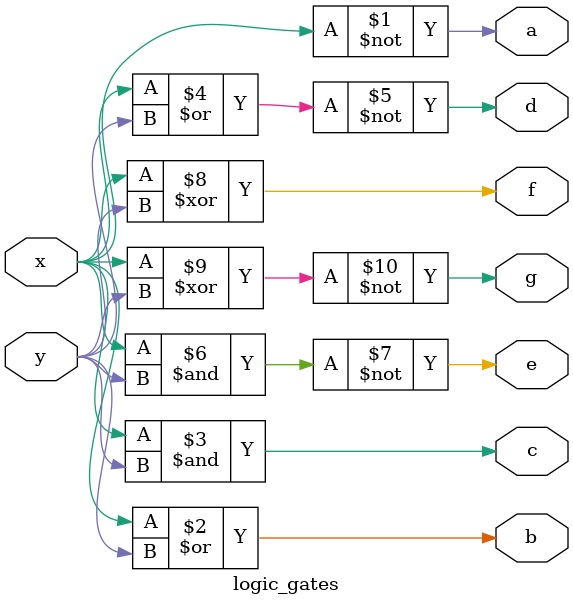
<source format=sv>
module logic_gates(x, y, a, b, c, d, e, f, g );
    input x, y;
    output a, b, c, d, e, f, g ;


    assign a = ~x;
    assign b = x | y;
    assign c = x & y;
    assign d = ~(x | y);
    assign e = ~(x & y);
    assign f = x ^ y;
    assign g = ~(x ^ y);

endmodule

</source>
